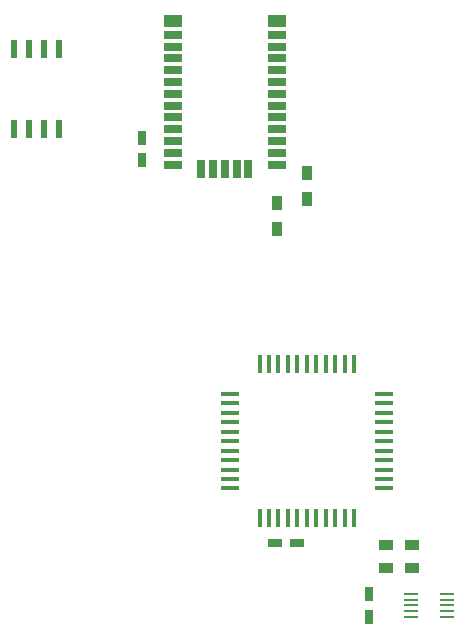
<source format=gbr>
G04 #@! TF.FileFunction,Paste,Bot*
%FSLAX46Y46*%
G04 Gerber Fmt 4.6, Leading zero omitted, Abs format (unit mm)*
G04 Created by KiCad (PCBNEW 4.0.7) date Sunday, February 25, 2018 'PMt' 02:02:45 PM*
%MOMM*%
%LPD*%
G01*
G04 APERTURE LIST*
%ADD10C,0.128000*%
%ADD11R,0.550000X1.500000*%
%ADD12R,0.400000X1.500000*%
%ADD13R,1.500000X0.400000*%
%ADD14R,1.250000X0.270000*%
%ADD15R,0.700000X1.500000*%
%ADD16R,1.500000X0.700000*%
%ADD17R,1.500000X1.000000*%
%ADD18R,1.200000X0.750000*%
%ADD19R,0.750000X1.200000*%
%ADD20R,1.200000X0.900000*%
%ADD21R,0.900000X1.200000*%
G04 APERTURE END LIST*
D10*
D11*
X144145000Y-60735000D03*
X144145000Y-67535000D03*
X142875000Y-60735000D03*
X142875000Y-67535000D03*
X141605000Y-60735000D03*
X141605000Y-67535000D03*
X140335000Y-60735000D03*
X140335000Y-67535000D03*
D12*
X169100000Y-100480000D03*
X168300000Y-100480000D03*
X167500000Y-100480000D03*
X166700000Y-100480000D03*
X165900000Y-100480000D03*
X165100000Y-100480000D03*
X164300000Y-100480000D03*
X163500000Y-100480000D03*
X162700000Y-100480000D03*
X161900000Y-100480000D03*
X161100000Y-100480000D03*
D13*
X158600000Y-97980000D03*
X158600000Y-97180000D03*
X158600000Y-96380000D03*
X158600000Y-95580000D03*
X158600000Y-94780000D03*
X158600000Y-93980000D03*
X158600000Y-93180000D03*
X158600000Y-92380000D03*
X158600000Y-91580000D03*
X158600000Y-90780000D03*
X158600000Y-89980000D03*
D12*
X161100000Y-87480000D03*
X161900000Y-87480000D03*
X162700000Y-87480000D03*
X163500000Y-87480000D03*
X164300000Y-87480000D03*
X165100000Y-87480000D03*
X165900000Y-87480000D03*
X166700000Y-87480000D03*
X167500000Y-87480000D03*
X168300000Y-87480000D03*
X169100000Y-87480000D03*
D13*
X171600000Y-89980000D03*
X171600000Y-90780000D03*
X171600000Y-91580000D03*
X171600000Y-92380000D03*
X171600000Y-93180000D03*
X171600000Y-93980000D03*
X171600000Y-94780000D03*
X171600000Y-95580000D03*
X171600000Y-96380000D03*
X171600000Y-97180000D03*
X171600000Y-97980000D03*
D14*
X176950500Y-108886500D03*
X173950500Y-108886500D03*
X176950500Y-108386500D03*
X173950500Y-108386500D03*
X176950500Y-107886500D03*
X173950500Y-107886500D03*
X176950500Y-107386500D03*
X173950500Y-107386500D03*
X176950500Y-106886500D03*
X173950500Y-106886500D03*
D15*
X160160000Y-70970000D03*
D16*
X153760000Y-70570000D03*
X153760000Y-69570000D03*
X153760000Y-68570000D03*
X153760000Y-67570000D03*
X153760000Y-66570000D03*
X153760000Y-65570000D03*
X153760000Y-64570000D03*
X153760000Y-63570000D03*
X153760000Y-62570000D03*
X153760000Y-61570000D03*
X153760000Y-60570000D03*
X153760000Y-59570000D03*
D17*
X153760000Y-58420000D03*
X162560000Y-58420000D03*
D16*
X162560000Y-59570000D03*
X162560000Y-60570000D03*
X162560000Y-61570000D03*
X162560000Y-62570000D03*
X162560000Y-63570000D03*
X162560000Y-64570000D03*
X162560000Y-65570000D03*
X162560000Y-66570000D03*
X162560000Y-67570000D03*
X162560000Y-68570000D03*
X162560000Y-69570000D03*
X162560000Y-70570000D03*
D15*
X159160000Y-70970000D03*
X158160000Y-70970000D03*
X157160000Y-70970000D03*
X156160000Y-70970000D03*
D18*
X162372000Y-102616000D03*
X164272000Y-102616000D03*
D19*
X170370500Y-108836500D03*
X170370500Y-106936500D03*
D20*
X171810500Y-104711500D03*
X174010500Y-104711500D03*
X174010500Y-102806500D03*
X171810500Y-102806500D03*
D21*
X165100000Y-71290000D03*
X165100000Y-73490000D03*
X162560000Y-73830000D03*
X162560000Y-76030000D03*
D19*
X151130000Y-70165000D03*
X151130000Y-68265000D03*
M02*

</source>
